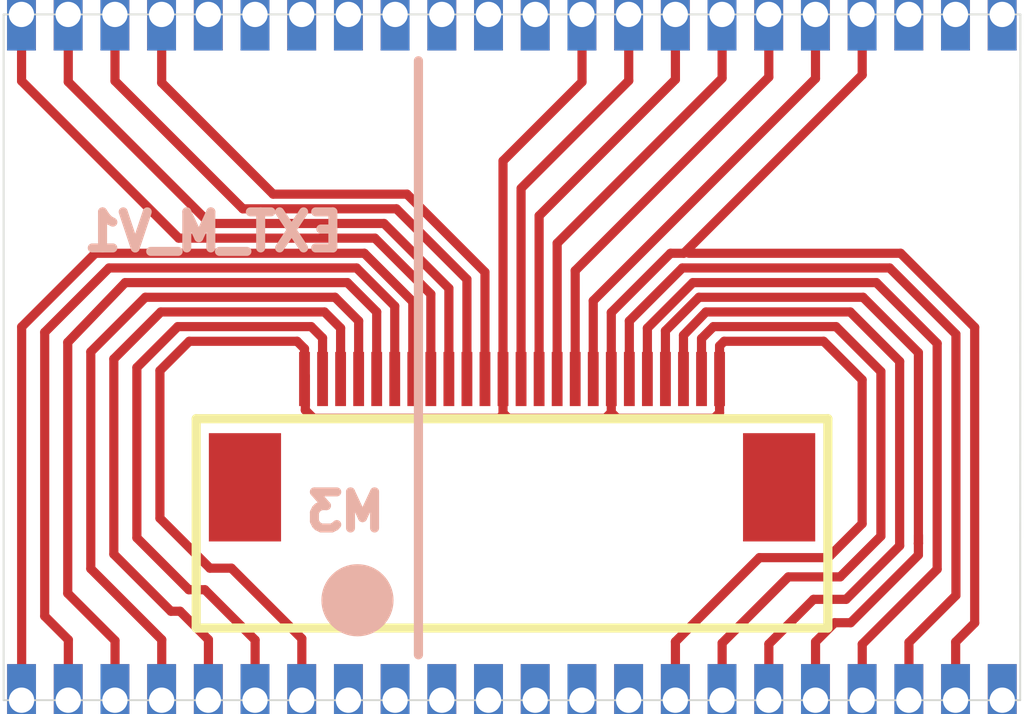
<source format=kicad_pcb>
(kicad_pcb (version 20211014) (generator pcbnew)
  (layers (0 "F.Cu" signal) (31 "B.Cu" signal) (34 "B.Paste" user) (35 "F.Paste" user) (36 "B.SilkS" user "B.Silkscreen") (37 "F.SilkS" user "F.Silkscreen") (38 "B.Mask" user) (39 "F.Mask" user) (44 "Edge.Cuts" user))
  (net 0 "")
  (net 20 "/GND")
  (net 21 "/M2_D10")
  (net 22 "/M2_D9")
  (net 23 "/M2_D8")
  (net 24 "/M2_D7")
  (net 25 "/M2_D6")
  (net 26 "/VCC2")
  (net 27 "/VCC3")
  (net 28 "/M3_D1")
  (net 29 "/M3_D2")
  (net 30 "/M3_D7")
  (net 31 "/B3")
  (net 32 "/B5")
  (net 33 "/B4")
  (net 34 "/B1")
  (net 35 "/B2")
  (net 36 "/M2_D1")
  (net 37 "/M2_D2")
  (net 38 "/M2_D3")
  (net 39 "/M2_D4")
  (net 40 "/M2_D5")
  (footprint "Kicad Libs:smart_cable_castellated_22p" (layer "F.Cu") (at 184.58 104.4 180)
    (fp_text reference "J2" hide)
    (fp_text value "smart_cable_castellated_22P" hide)
    (pad "1" thru_hole rect (at 13.620083 -0.2 180) (size 0.8 1.4) (drill 0.7 (offset 0 0.3)) (layers *.Cu *.Mask) (net 30 "/M3_D7"))
    (pad "2" thru_hole rect (at 12.326359 -0.2 180) (size 0.8 1.4) (drill 0.7 (offset 0 0.3)) (layers *.Cu *.Mask) (net 31 "/B3"))
    (pad "3" thru_hole rect (at 11.032585 -0.2 180) (size 0.8 1.4) (drill 0.7 (offset 0 0.3)) (layers *.Cu *.Mask) (net 32 "/B5"))
    (pad "4" thru_hole rect (at 9.738861 -0.2 180) (size 0.8 1.4) (drill 0.7 (offset 0 0.3)) (layers *.Cu *.Mask) (net 33 "/B4"))
    (pad "5" thru_hole rect (at 8.445087 -0.2 180) (size 0.8 1.4) (drill 0.7 (offset 0 0.3)) (layers *.Cu *.Mask) (net 34 "/B1"))
    (pad "6" thru_hole rect (at 7.151363 -0.2 180) (size 0.8 1.4) (drill 0.7 (offset 0 0.3)) (layers *.Cu *.Mask) (net 35 "/B2"))
    (pad "7" thru_hole rect (at 5.857589 -0.2 180) (size 0.8 1.4) (drill 0.7 (offset 0 0.3)) (layers *.Cu *.Mask) (net 20 "/GND"))
    (pad "8" thru_hole rect (at 4.563865 -0.2 180) (size 0.8 1.4) (drill 0.7 (offset 0 0.3)) (layers *.Cu *.Mask))
    (pad "9" thru_hole rect (at 3.270091 -0.2 180) (size 0.8 1.4) (drill 0.7 (offset 0 0.3)) (layers *.Cu *.Mask))
    (pad "10" thru_hole rect (at 1.976063 -0.2 180) (size 0.8 1.4) (drill 0.7 (offset 0 0.3)) (layers *.Cu *.Mask))
    (pad "11" thru_hole rect (at 0.682034 -0.2 180) (size 0.8 1.4) (drill 0.7 (offset 0 0.3)) (layers *.Cu *.Mask))
    (pad "12" thru_hole rect (at -0.611943 -0.2 180) (size 0.8 1.4) (drill 0.7 (offset 0 0.3)) (layers *.Cu *.Mask))
    (pad "13" thru_hole rect (at -1.905972 -0.2 180) (size 0.8 1.4) (drill 0.7 (offset 0 0.3)) (layers *.Cu *.Mask))
    (pad "14" thru_hole rect (at -3.2 -0.2 180) (size 0.8 1.4) (drill 0.7 (offset 0 0.3)) (layers *.Cu *.Mask))
    (pad "15" thru_hole rect (at -4.494029 -0.2 180) (size 0.8 1.4) (drill 0.7 (offset 0 0.3)) (layers *.Cu *.Mask) (net 20 "/GND"))
    (pad "16" thru_hole rect (at -5.788057 -0.2 180) (size 0.8 1.4) (drill 0.7 (offset 0 0.3)) (layers *.Cu *.Mask) (net 36 "/M2_D1"))
    (pad "17" thru_hole rect (at -7.082085 -0.2 180) (size 0.8 1.4) (drill 0.7 (offset 0 0.3)) (layers *.Cu *.Mask) (net 37 "/M2_D2"))
    (pad "18" thru_hole rect (at -8.376114 -0.2 180) (size 0.8 1.4) (drill 0.7 (offset 0 0.3)) (layers *.Cu *.Mask) (net 38 "/M2_D3"))
    (pad "19" thru_hole rect (at -9.670091 -0.2 180) (size 0.8 1.4) (drill 0.7 (offset 0 0.3)) (layers *.Cu *.Mask) (net 39 "/M2_D4"))
    (pad "20" thru_hole rect (at -10.96412 -0.2 180) (size 0.8 1.4) (drill 0.7 (offset 0 0.3)) (layers *.Cu *.Mask) (net 40 "/M2_D5"))
    (pad "21" thru_hole rect (at -12.258148 -0.2 180) (size 0.8 1.4) (drill 0.7 (offset 0 0.3)) (layers *.Cu *.Mask) (net 20 "/GND"))
    (pad "22" thru_hole rect (at -13.552177 -0.2 180) (size 0.8 1.4) (drill 0.7 (offset 0 0.3)) (layers *.Cu *.Mask))
  )
  (footprint "Kicad Libs:FCC 0.5mm 24P" (layer "F.Cu") (at 184.55 100.14)
    (fp_text reference "J3" hide)
    (fp_text value "FCC_0.5mm_24P" hide)
    (fp_line (start -8.749995 2.461481) (end -8.749995 -3.338508) (layer "F.SilkS") (width 0.254))
    (fp_line (start 8.749995 2.461481) (end 8.749995 -3.338508) (layer "F.SilkS") (width 0.254))
    (fp_line (start -8.749995 -3.338508) (end 8.749995 -3.338508) (layer "F.SilkS") (width 0.254))
    (fp_line (start -8.749995 2.461481) (end 8.749995 2.461481) (layer "F.SilkS") (width 0.254))
    (pad "1" smd rect (at -5.750001 -4.43848) (size 0.3 1.5) (layers "F.Cu" "F.Paste" "F.Mask") (net 20 "/GND"))
    (pad "2" smd rect (at -5.249977 -4.43848) (size 0.3 1.5) (layers "F.Cu" "F.Paste" "F.Mask") (net 35 "/B2"))
    (pad "3" smd rect (at -4.750003 -4.43848) (size 0.3 1.5) (layers "F.Cu" "F.Paste" "F.Mask") (net 34 "/B1"))
    (pad "4" smd rect (at -4.249979 -4.43848) (size 0.3 1.5) (layers "F.Cu" "F.Paste" "F.Mask") (net 33 "/B4"))
    (pad "5" smd rect (at -3.750005 -4.43848) (size 0.3 1.5) (layers "F.Cu" "F.Paste" "F.Mask") (net 32 "/B5"))
    (pad "6" smd rect (at -3.249981 -4.43848) (size 0.3 1.5) (layers "F.Cu" "F.Paste" "F.Mask") (net 31 "/B3"))
    (pad "7" smd rect (at -2.750007 -4.43848) (size 0.3 1.5) (layers "F.Cu" "F.Paste" "F.Mask") (net 30 "/M3_D7"))
    (pad "8" smd rect (at -2.249983 -4.43848) (size 0.3 1.5) (layers "F.Cu" "F.Paste" "F.Mask") (net 29 "/M3_D2"))
    (pad "9" smd rect (at -1.750009 -4.43848) (size 0.3 1.5) (layers "F.Cu" "F.Paste" "F.Mask") (net 28 "/M3_D1"))
    (pad "10" smd rect (at -1.249985 -4.43848) (size 0.3 1.5) (layers "F.Cu" "F.Paste" "F.Mask") (net 27 "/VCC3"))
    (pad "11" smd rect (at -0.750011 -4.43848) (size 0.3 1.5) (layers "F.Cu" "F.Paste" "F.Mask") (net 26 "/VCC2"))
    (pad "12" smd rect (at -0.249987 -4.43848) (size 0.3 1.5) (layers "F.Cu" "F.Paste" "F.Mask") (net 20 "/GND"))
    (pad "13" smd rect (at 0.249987 -4.43848) (size 0.3 1.5) (layers "F.Cu" "F.Paste" "F.Mask") (net 25 "/M2_D6"))
    (pad "14" smd rect (at 0.750011 -4.43848) (size 0.3 1.5) (layers "F.Cu" "F.Paste" "F.Mask") (net 24 "/M2_D7"))
    (pad "15" smd rect (at 1.249985 -4.43848) (size 0.3 1.5) (layers "F.Cu" "F.Paste" "F.Mask") (net 23 "/M2_D8"))
    (pad "16" smd rect (at 1.750009 -4.43848) (size 0.3 1.5) (layers "F.Cu" "F.Paste" "F.Mask") (net 22 "/M2_D9"))
    (pad "17" smd rect (at 2.249983 -4.43848) (size 0.3 1.5) (layers "F.Cu" "F.Paste" "F.Mask") (net 21 "/M2_D10"))
    (pad "18" smd rect (at 2.750007 -4.43848) (size 0.3 1.5) (layers "F.Cu" "F.Paste" "F.Mask") (net 20 "/GND"))
    (pad "19" smd rect (at 3.249981 -4.43848) (size 0.3 1.5) (layers "F.Cu" "F.Paste" "F.Mask") (net 40 "/M2_D5"))
    (pad "20" smd rect (at 3.750005 -4.43848) (size 0.3 1.5) (layers "F.Cu" "F.Paste" "F.Mask") (net 39 "/M2_D4"))
    (pad "21" smd rect (at 4.249979 -4.43848) (size 0.3 1.5) (layers "F.Cu" "F.Paste" "F.Mask") (net 38 "/M2_D3"))
    (pad "22" smd rect (at 4.750003 -4.43848) (size 0.3 1.5) (layers "F.Cu" "F.Paste" "F.Mask") (net 37 "/M2_D2"))
    (pad "23" smd rect (at 5.250028 -4.43848) (size 0.3 1.5) (layers "F.Cu" "F.Paste" "F.Mask") (net 36 "/M2_D1"))
    (pad "24" smd rect (at 5.750052 -4.43848) (size 0.3 1.5) (layers "F.Cu" "F.Paste" "F.Mask") (net 20 "/GND"))
    (pad "A" smd rect (at -7.399985 -1.438486) (size 2 3) (layers "F.Cu" "F.Paste" "F.Mask"))
    (pad "A" smd rect (at 7.399985 -1.438486) (size 2 3) (layers "F.Cu" "F.Paste" "F.Mask"))
  )
  (footprint "Kicad Libs:smart_cable_castellated_22p" (layer "F.Cu") (at 184.51 85.8)
    (fp_text reference "J1" hide)
    (fp_text value "smart_cable_castellated_22P" hide)
    (pad "1" thru_hole rect (at 13.620083 -0.2) (size 0.8 1.4) (drill 0.7 (offset 0 0.3)) (layers *.Cu *.Mask))
    (pad "2" thru_hole rect (at 12.326359 -0.2) (size 0.8 1.4) (drill 0.7 (offset 0 0.3)) (layers *.Cu *.Mask))
    (pad "3" thru_hole rect (at 11.032585 -0.2) (size 0.8 1.4) (drill 0.7 (offset 0 0.3)) (layers *.Cu *.Mask))
    (pad "4" thru_hole rect (at 9.738861 -0.2) (size 0.8 1.4) (drill 0.7 (offset 0 0.3)) (layers *.Cu *.Mask) (net 20 "/GND"))
    (pad "5" thru_hole rect (at 8.445087 -0.2) (size 0.8 1.4) (drill 0.7 (offset 0 0.3)) (layers *.Cu *.Mask) (net 21 "/M2_D10"))
    (pad "6" thru_hole rect (at 7.151363 -0.2) (size 0.8 1.4) (drill 0.7 (offset 0 0.3)) (layers *.Cu *.Mask) (net 22 "/M2_D9"))
    (pad "7" thru_hole rect (at 5.857589 -0.2) (size 0.8 1.4) (drill 0.7 (offset 0 0.3)) (layers *.Cu *.Mask) (net 23 "/M2_D8"))
    (pad "8" thru_hole rect (at 4.563865 -0.2) (size 0.8 1.4) (drill 0.7 (offset 0 0.3)) (layers *.Cu *.Mask) (net 24 "/M2_D7"))
    (pad "9" thru_hole rect (at 3.270091 -0.2) (size 0.8 1.4) (drill 0.7 (offset 0 0.3)) (layers *.Cu *.Mask) (net 25 "/M2_D6"))
    (pad "10" thru_hole rect (at 1.976063 -0.2) (size 0.8 1.4) (drill 0.7 (offset 0 0.3)) (layers *.Cu *.Mask) (net 20 "/GND"))
    (pad "11" thru_hole rect (at 0.682034 -0.2) (size 0.8 1.4) (drill 0.7 (offset 0 0.3)) (layers *.Cu *.Mask))
    (pad "12" thru_hole rect (at -0.611943 -0.2) (size 0.8 1.4) (drill 0.7 (offset 0 0.3)) (layers *.Cu *.Mask))
    (pad "13" thru_hole rect (at -1.905972 -0.2) (size 0.8 1.4) (drill 0.7 (offset 0 0.3)) (layers *.Cu *.Mask))
    (pad "14" thru_hole rect (at -3.2 -0.2) (size 0.8 1.4) (drill 0.7 (offset 0 0.3)) (layers *.Cu *.Mask))
    (pad "15" thru_hole rect (at -4.494029 -0.2) (size 0.8 1.4) (drill 0.7 (offset 0 0.3)) (layers *.Cu *.Mask))
    (pad "16" thru_hole rect (at -5.788057 -0.2) (size 0.8 1.4) (drill 0.7 (offset 0 0.3)) (layers *.Cu *.Mask))
    (pad "17" thru_hole rect (at -7.082085 -0.2) (size 0.8 1.4) (drill 0.7 (offset 0 0.3)) (layers *.Cu *.Mask))
    (pad "18" thru_hole rect (at -8.376114 -0.2) (size 0.8 1.4) (drill 0.7 (offset 0 0.3)) (layers *.Cu *.Mask))
    (pad "19" thru_hole rect (at -9.670091 -0.2) (size 0.8 1.4) (drill 0.7 (offset 0 0.3)) (layers *.Cu *.Mask) (net 26 "/VCC2"))
    (pad "20" thru_hole rect (at -10.96412 -0.2) (size 0.8 1.4) (drill 0.7 (offset 0 0.3)) (layers *.Cu *.Mask) (net 27 "/VCC3"))
    (pad "21" thru_hole rect (at -12.258148 -0.2) (size 0.8 1.4) (drill 0.7 (offset 0 0.3)) (layers *.Cu *.Mask) (net 28 "/M3_D1"))
    (pad "22" thru_hole rect (at -13.552177 -0.2) (size 0.8 1.4) (drill 0.7 (offset 0 0.3)) (layers *.Cu *.Mask) (net 29 "/M3_D2"))
  )
  (gr_line (start 181.956519 103.342682) (end 181.956519 86.883482) (layer "B.SilkS") (width 0.254))
  (gr_circle (center 180.267419 101.831382) (end 180.267419 101.331382) (layer "B.SilkS") (width 1) (fill none))
  (gr_line (start 170.463019 85.599982) (end 198.63552 85.599982) (layer "Edge.Cuts") (width 0.05))
  (gr_line (start 198.630702 104.599982) (end 170.463019 104.599982) (layer "Edge.Cuts") (width 0.05))
  (gr_line (start 198.63552 85.599982) (end 198.630702 104.599982) (layer "Edge.Cuts") (width 0.05))
  (gr_line (start 170.463019 104.599982) (end 170.463019 85.599982) (layer "Edge.Cuts") (width 0.05))
  (gr_text "EXT_M_V1" (at 179.988019 92.204782) (layer "B.SilkS") (effects (font (size 1 1) (thickness 0.254)) (justify left bottom mirror)))
  (gr_text "M3" (at 181.143719 99.964482) (layer "B.SilkS") (effects (font (size 1 1) (thickness 0.254)) (justify left bottom mirror)))
  (segment (start 178.594631 94.655882) (end 178.80001 94.861261) (width 0.254) (layer "F.Cu") (net 20))
  (segment (start 187.138119 96.789482) (end 187.300019 96.627582) (width 0.254) (layer "F.Cu") (net 20))
  (segment (start 186.488997 87.469104) (end 186.488997 85.599969) (width 0.254) (layer "F.Cu") (net 20))
  (segment (start 174.793709 99.558072) (end 176.178019 100.942382) (width 0.254) (layer "F.Cu") (net 20))
  (segment (start 190.148019 96.789482) (end 190.300063 96.637438) (width 0.254) (layer "F.Cu") (net 20))
  (segment (start 193.310319 100.650282) (end 194.250119 99.710482) (width 0.254) (layer "F.Cu") (net 20))
  (segment (start 184.300025 96.643788) (end 184.300025 95.6) (width 0.254) (layer "F.Cu") (net 20))
  (segment (start 190.300063 96.637438) (end 190.300063 95.6) (width 0.254) (layer "F.Cu") (net 20))
  (segment (start 194.251795 87.275506) (end 194.251795 85.599969) (width 0.254) (layer "F.Cu") (net 20))
  (segment (start 184.300025 89.658076) (end 186.488997 87.469104) (width 0.254) (layer "F.Cu") (net 20))
  (segment (start 187.461918 96.789482) (end 190.148019 96.789482) (width 0.254) (layer "F.Cu") (net 20))
  (segment (start 189.309819 92.217482) (end 194.251795 87.275506) (width 0.254) (layer "F.Cu") (net 20))
  (segment (start 178.725537 104.599982) (end 178.725537 102.893) (width 0.254) (layer "F.Cu") (net 20))
  (segment (start 191.405319 100.650282) (end 193.310319 100.650282) (width 0.254) (layer "F.Cu") (net 20))
  (segment (start 187.300019 93.858982) (end 188.941519 92.217482) (width 0.254) (layer "F.Cu") (net 20))
  (segment (start 184.300025 96.643788) (end 184.445719 96.789482) (width 0.254) (layer "F.Cu") (net 20))
  (segment (start 190.427419 94.655882) (end 193.183319 94.655882) (width 0.254) (layer "F.Cu") (net 20))
  (segment (start 193.183319 94.655882) (end 194.250119 95.722682) (width 0.254) (layer "F.Cu") (net 20))
  (segment (start 188.941519 92.217482) (end 189.309819 92.217482) (width 0.254) (layer "F.Cu") (net 20))
  (segment (start 195.316919 92.217482) (end 197.368269 94.268832) (width 0.254) (layer "F.Cu") (net 20))
  (segment (start 197.368269 102.459732) (end 197.368269 94.268832) (width 0.254) (layer "F.Cu") (net 20))
  (segment (start 184.445719 96.789482) (end 187.138119 96.789482) (width 0.254) (layer "F.Cu") (net 20))
  (segment (start 178.82301 96.564273) (end 179.048219 96.789482) (width 0.254) (layer "F.Cu") (net 20))
  (segment (start 196.841275 104.599982) (end 196.841275 102.986726) (width 0.254) (layer "F.Cu") (net 20))
  (segment (start 187.300019 96.627582) (end 187.300019 95.6) (width 0.254) (layer "F.Cu") (net 20))
  (segment (start 178.80001 95.6) (end 178.80001 94.861261) (width 0.254) (layer "F.Cu") (net 20))
  (segment (start 184.20033 96.789482) (end 184.300025 96.689787) (width 0.254) (layer "F.Cu") (net 20))
  (segment (start 178.82301 96.564273) (end 178.82301 95.623) (width 0.254) (layer "F.Cu") (net 20))
  (segment (start 189.449519 92.217482) (end 195.316919 92.217482) (width 0.254) (layer "F.Cu") (net 20))
  (segment (start 190.300063 94.783238) (end 190.427419 94.655882) (width 0.254) (layer "F.Cu") (net 20))
  (segment (start 176.178019 100.942382) (end 176.774919 100.942382) (width 0.254) (layer "F.Cu") (net 20))
  (segment (start 179.048219 96.789482) (end 184.20033 96.789482) (width 0.254) (layer "F.Cu") (net 20))
  (segment (start 187.300019 96.627582) (end 187.461918 96.789482) (width 0.254) (layer "F.Cu") (net 20))
  (segment (start 184.300025 95.6) (end 184.300025 89.658076) (width 0.254) (layer "F.Cu") (net 20))
  (segment (start 178.80001 95.6) (end 178.82301 95.623) (width 0.254) (layer "F.Cu") (net 20))
  (segment (start 174.793709 99.558072) (end 174.793709 95.468682) (width 0.254) (layer "F.Cu") (net 20))
  (segment (start 194.250119 99.710482) (end 194.250119 95.722682) (width 0.254) (layer "F.Cu") (net 20))
  (segment (start 189.077155 104.599982) (end 189.077155 102.978446) (width 0.254) (layer "F.Cu") (net 20))
  (segment (start 196.841275 102.986726) (end 197.368269 102.459732) (width 0.254) (layer "F.Cu") (net 20))
  (segment (start 190.300063 95.6) (end 190.300063 94.783238) (width 0.254) (layer "F.Cu") (net 20))
  (segment (start 184.300025 96.689787) (end 184.300025 96.643788) (width 0.254) (layer "F.Cu") (net 20))
  (segment (start 189.077155 102.978446) (end 191.405319 100.650282) (width 0.254) (layer "F.Cu") (net 20))
  (segment (start 175.606519 94.655882) (end 178.594631 94.655882) (width 0.254) (layer "F.Cu") (net 20))
  (segment (start 176.774919 100.942382) (end 178.725537 102.893) (width 0.254) (layer "F.Cu") (net 20))
  (segment (start 187.300019 95.6) (end 187.300019 93.858982) (width 0.254) (layer "F.Cu") (net 20))
  (segment (start 174.793719 95.468682) (end 175.606519 94.655882) (width 0.254) (layer "F.Cu") (net 20))
  (segment (start 186.799994 93.533507) (end 192.958021 87.37548) (width 0.254) (layer "F.Cu") (net 21))
  (segment (start 186.799994 95.6) (end 186.799994 93.533507) (width 0.254) (layer "F.Cu") (net 21))
  (segment (start 192.958021 87.37548) (end 192.958021 85.599969) (width 0.254) (layer "F.Cu") (net 21))
  (segment (start 191.664297 87.335704) (end 191.664297 85.599969) (width 0.254) (layer "F.Cu") (net 22))
  (segment (start 186.300021 92.69998) (end 191.664297 87.335704) (width 0.254) (layer "F.Cu") (net 22))
  (segment (start 186.300021 95.6) (end 186.300021 92.69998) (width 0.254) (layer "F.Cu") (net 22))
  (segment (start 190.370523 87.350014) (end 190.370523 85.599969) (width 0.254) (layer "F.Cu") (net 23))
  (segment (start 185.799996 91.93953) (end 190.370548 87.368978) (width 0.254) (layer "F.Cu") (net 23))
  (segment (start 185.799996 95.6) (end 185.799996 91.93953) (width 0.254) (layer "F.Cu") (net 23))
  (segment (start 189.076799 87.402252) (end 189.076799 85.599969) (width 0.254) (layer "F.Cu") (net 24))
  (segment (start 185.300023 95.6) (end 185.300023 91.179028) (width 0.254) (layer "F.Cu") (net 24))
  (segment (start 185.300023 91.179028) (end 189.076799 87.402252) (width 0.254) (layer "F.Cu") (net 24))
  (segment (start 184.800024 90.418552) (end 187.783025 87.435551) (width 0.254) (layer "F.Cu") (net 25))
  (segment (start 187.783025 87.435551) (end 187.783025 85.599969) (width 0.254) (layer "F.Cu") (net 25))
  (segment (start 184.799998 95.6) (end 184.799998 90.478903) (width 0.254) (layer "F.Cu") (net 25))
  (segment (start 181.639019 90.579182) (end 183.8 92.740163) (width 0.254) (layer "F.Cu") (net 26))
  (segment (start 183.8 95.6) (end 183.8 92.740163) (width 0.254) (layer "F.Cu") (net 26))
  (segment (start 174.842843 87.491406) (end 174.842843 85.599969) (width 0.254) (layer "F.Cu") (net 26))
  (segment (start 174.842843 87.491406) (end 177.930619 90.579182) (width 0.254) (layer "F.Cu") (net 26))
  (segment (start 177.930619 90.579182) (end 181.639019 90.579182) (width 0.254) (layer "F.Cu") (net 26))
  (segment (start 173.548814 87.441977) (end 177.092419 90.985582) (width 0.254) (layer "F.Cu") (net 27))
  (segment (start 181.346919 90.985582) (end 183.300027 92.93869) (width 0.254) (layer "F.Cu") (net 27))
  (segment (start 177.092419 90.985582) (end 181.346919 90.985582) (width 0.254) (layer "F.Cu") (net 27))
  (segment (start 173.548814 87.441977) (end 173.548814 85.599969) (width 0.254) (layer "F.Cu") (net 27))
  (segment (start 183.300027 95.6) (end 183.300027 92.93869) (width 0.254) (layer "F.Cu") (net 27))
  (segment (start 172.254786 87.468749) (end 172.254786 85.599969) (width 0.254) (layer "F.Cu") (net 28))
  (segment (start 172.254786 87.468749) (end 176.178019 91.391982) (width 0.254) (layer "F.Cu") (net 28))
  (segment (start 182.800002 95.6) (end 182.800002 93.187965) (width 0.254) (layer "F.Cu") (net 28))
  (segment (start 181.004019 91.391982) (end 182.800002 93.187965) (width 0.254) (layer "F.Cu") (net 28))
  (segment (start 176.178019 91.391982) (end 181.004019 91.391982) (width 0.254) (layer "F.Cu") (net 28))
  (segment (start 182.300029 95.6) (end 182.300029 93.348392) (width 0.254) (layer "F.Cu") (net 29))
  (segment (start 175.314419 91.798382) (end 180.750019 91.798382) (width 0.254) (layer "F.Cu") (net 29))
  (segment (start 170.960757 87.44472) (end 170.960757 85.599969) (width 0.254) (layer "F.Cu") (net 29))
  (segment (start 170.960757 87.44472) (end 175.314419 91.798382) (width 0.254) (layer "F.Cu") (net 29))
  (segment (start 180.750019 91.798382) (end 182.300029 93.348392) (width 0.254) (layer "F.Cu") (net 29))
  (segment (start 180.457919 92.217482) (end 181.800004 93.559567) (width 0.254) (layer "F.Cu") (net 30))
  (segment (start 170.963043 94.257458) (end 173.003019 92.217482) (width 0.254) (layer "F.Cu") (net 30))
  (segment (start 170.963043 104.599982) (end 170.963043 94.257458) (width 0.254) (layer "F.Cu") (net 30))
  (segment (start 173.003019 92.217482) (end 180.457919 92.217482) (width 0.254) (layer "F.Cu") (net 30))
  (segment (start 181.800004 95.6) (end 181.800004 93.559567) (width 0.254) (layer "F.Cu") (net 30))
  (segment (start 171.601488 102.271351) (end 172.256767 102.92663) (width 0.254) (layer "F.Cu") (net 31))
  (segment (start 172.256767 104.599982) (end 172.256767 102.92663) (width 0.254) (layer "F.Cu") (net 31))
  (segment (start 180.242019 92.623882) (end 181.300031 93.681894) (width 0.254) (layer "F.Cu") (net 31))
  (segment (start 173.384019 92.623882) (end 180.242019 92.623882) (width 0.254) (layer "F.Cu") (net 31))
  (segment (start 171.601488 94.406413) (end 173.384019 92.623882) (width 0.254) (layer "F.Cu") (net 31))
  (segment (start 171.601488 102.271351) (end 171.601488 94.406413) (width 0.254) (layer "F.Cu") (net 31))
  (segment (start 181.300031 95.6) (end 181.300031 93.681894) (width 0.254) (layer "F.Cu") (net 31))
  (segment (start 180.800006 95.6) (end 180.800006 93.842269) (width 0.254) (layer "F.Cu") (net 32))
  (segment (start 173.550541 104.599982) (end 173.550541 102.950404) (width 0.254) (layer "F.Cu") (net 32))
  (segment (start 172.239932 94.685244) (end 173.83208 93.030282) (width 0.254) (layer "F.Cu") (net 32))
  (segment (start 179.988019 93.030282) (end 180.800006 93.842269) (width 0.254) (layer "F.Cu") (net 32))
  (segment (start 172.239932 101.639795) (end 172.239932 94.685244) (width 0.254) (layer "F.Cu") (net 32))
  (segment (start 173.83208 93.030282) (end 179.988019 93.030282) (width 0.254) (layer "F.Cu") (net 32))
  (segment (start 172.239932 101.639795) (end 173.550541 102.950404) (width 0.254) (layer "F.Cu") (net 32))
  (segment (start 174.844265 104.599982) (end 174.844265 102.923328) (width 0.254) (layer "F.Cu") (net 33))
  (segment (start 172.878376 100.957439) (end 172.878376 94.947982) (width 0.254) (layer "F.Cu") (net 33))
  (segment (start 172.878376 94.947982) (end 174.389676 93.436682) (width 0.254) (layer "F.Cu") (net 33))
  (segment (start 174.389676 93.436682) (end 179.645119 93.436682) (width 0.254) (layer "F.Cu") (net 33))
  (segment (start 180.300033 95.6) (end 180.300033 94.091596) (width 0.254) (layer "F.Cu") (net 33))
  (segment (start 179.645119 93.436682) (end 180.300033 94.091596) (width 0.254) (layer "F.Cu") (net 33))
  (segment (start 172.878376 100.957439) (end 174.844265 102.923328) (width 0.254) (layer "F.Cu") (net 33))
  (segment (start 176.138039 104.599982) (end 176.138039 102.921702) (width 0.254) (layer "F.Cu") (net 34))
  (segment (start 174.819119 93.843082) (end 179.353019 93.843082) (width 0.254) (layer "F.Cu") (net 34))
  (segment (start 175.352519 102.136182) (end 176.138039 102.921702) (width 0.254) (layer "F.Cu") (net 34))
  (segment (start 173.51682 100.554483) (end 173.51682 95.145381) (width 0.254) (layer "F.Cu") (net 34))
  (segment (start 179.353019 93.843082) (end 179.800008 94.290071) (width 0.254) (layer "F.Cu") (net 34))
  (segment (start 175.098519 102.136182) (end 175.352519 102.136182) (width 0.254) (layer "F.Cu") (net 34))
  (segment (start 179.800008 95.6) (end 179.800008 94.290071) (width 0.254) (layer "F.Cu") (net 34))
  (segment (start 173.51682 95.145381) (end 174.819119 93.843082) (width 0.254) (layer "F.Cu") (net 34))
  (segment (start 173.51682 100.554483) (end 175.098519 102.136182) (width 0.254) (layer "F.Cu") (net 34))
  (segment (start 174.155265 100.100728) (end 174.155265 95.383236) (width 0.254) (layer "F.Cu") (net 35))
  (segment (start 176.038319 101.539282) (end 177.431763 102.932726) (width 0.254) (layer "F.Cu") (net 35))
  (segment (start 174.155265 95.383236) (end 175.289019 94.249482) (width 0.254) (layer "F.Cu") (net 35))
  (segment (start 174.155265 100.100728) (end 175.593819 101.539282) (width 0.254) (layer "F.Cu") (net 35))
  (segment (start 177.431763 104.599982) (end 177.431763 102.932726) (width 0.254) (layer "F.Cu") (net 35))
  (segment (start 179.300035 95.6) (end 179.300035 94.564798) (width 0.254) (layer "F.Cu") (net 35))
  (segment (start 175.593819 101.539282) (end 176.038319 101.539282) (width 0.254) (layer "F.Cu") (net 35))
  (segment (start 178.984719 94.249482) (end 179.300035 94.564798) (width 0.254) (layer "F.Cu") (net 35))
  (segment (start 175.289019 94.249482) (end 178.984719 94.249482) (width 0.254) (layer "F.Cu") (net 35))
  (segment (start 190.371133 103.017968) (end 192.205419 101.183682) (width 0.254) (layer "F.Cu") (net 36))
  (segment (start 189.800039 94.579682) (end 190.130239 94.249482) (width 0.254) (layer "F.Cu") (net 36))
  (segment (start 189.800039 95.6) (end 189.800039 94.579682) (width 0.254) (layer "F.Cu") (net 36))
  (segment (start 190.371133 104.599982) (end 190.371133 103.017968) (width 0.254) (layer "F.Cu") (net 36))
  (segment (start 190.130239 94.249482) (end 193.526219 94.249482) (width 0.254) (layer "F.Cu") (net 36))
  (segment (start 192.205419 101.183682) (end 193.640519 101.183682) (width 0.254) (layer "F.Cu") (net 36))
  (segment (start 193.640519 101.183682) (end 194.769811 100.05439) (width 0.254) (layer "F.Cu") (net 36))
  (segment (start 194.769811 100.05439) (end 194.769811 95.493074) (width 0.254) (layer "F.Cu") (net 36))
  (segment (start 193.526219 94.249482) (end 194.769811 95.493074) (width 0.254) (layer "F.Cu") (net 36))
  (segment (start 193.919919 93.843082) (end 195.289502 95.212665) (width 0.254) (layer "F.Cu") (net 37))
  (segment (start 193.805619 101.805982) (end 195.289502 100.322099) (width 0.254) (layer "F.Cu") (net 37))
  (segment (start 191.665161 104.599982) (end 191.665161 103.04474) (width 0.254) (layer "F.Cu") (net 37))
  (segment (start 189.300015 94.489037) (end 189.923143 93.843082) (width 0.254) (layer "F.Cu") (net 37))
  (segment (start 195.289502 100.322099) (end 195.289502 95.212665) (width 0.254) (layer "F.Cu") (net 37))
  (segment (start 191.665161 103.04474) (end 192.903919 101.805982) (width 0.254) (layer "F.Cu") (net 37))
  (segment (start 192.903919 101.805982) (end 193.805619 101.805982) (width 0.254) (layer "F.Cu") (net 37))
  (segment (start 189.300015 95.6) (end 189.300015 94.489037) (width 0.254) (layer "F.Cu") (net 37))
  (segment (start 189.923143 93.843082) (end 193.919919 93.843082) (width 0.254) (layer "F.Cu") (net 37))
  (segment (start 189.728919 93.436682) (end 194.275519 93.436682) (width 0.254) (layer "F.Cu") (net 38))
  (segment (start 193.932619 102.453682) (end 195.809194 100.577107) (width 0.254) (layer "F.Cu") (net 38))
  (segment (start 193.488119 102.453682) (end 193.932619 102.453682) (width 0.254) (layer "F.Cu") (net 38))
  (segment (start 195.809194 100.259607) (end 195.809194 94.970357) (width 0.254) (layer "F.Cu") (net 38))
  (segment (start 194.275519 93.436682) (end 195.809194 94.970357) (width 0.254) (layer "F.Cu") (net 38))
  (segment (start 192.959189 104.599982) (end 192.959189 102.982612) (width 0.254) (layer "F.Cu") (net 38))
  (segment (start 195.809194 100.259607) (end 195.812219 100.256582) (width 0.254) (layer "F.Cu") (net 38))
  (segment (start 195.809194 100.577107) (end 195.809194 100.259607) (width 0.254) (layer "F.Cu") (net 38))
  (segment (start 188.79999 94.365611) (end 189.728919 93.436682) (width 0.254) (layer "F.Cu") (net 38))
  (segment (start 188.79999 95.6) (end 188.79999 94.365611) (width 0.254) (layer "F.Cu") (net 38))
  (segment (start 195.812219 100.256582) (end 195.812219 100.027982) (width 0.254) (layer "F.Cu") (net 38))
  (segment (start 192.959189 102.982612) (end 193.488119 102.453682) (width 0.254) (layer "F.Cu") (net 38))
  (segment (start 194.253218 103.047483) (end 196.328885 100.971816) (width 0.254) (layer "F.Cu") (net 39))
  (segment (start 194.643819 93.030282) (end 196.328885 94.715348) (width 0.254) (layer "F.Cu") (net 39))
  (segment (start 196.328885 100.971816) (end 196.328885 94.715348) (width 0.254) (layer "F.Cu") (net 39))
  (segment (start 188.300017 94.290848) (end 189.560583 93.030282) (width 0.254) (layer "F.Cu") (net 39))
  (segment (start 194.253218 104.599982) (end 194.253218 103.047483) (width 0.254) (layer "F.Cu") (net 39))
  (segment (start 188.300017 95.6) (end 188.300017 94.290848) (width 0.254) (layer "F.Cu") (net 39))
  (segment (start 189.560583 93.030282) (end 194.643819 93.030282) (width 0.254) (layer "F.Cu") (net 39))
  (segment (start 187.799992 94.092373) (end 189.268483 92.623882) (width 0.254) (layer "F.Cu") (net 40))
  (segment (start 195.012119 92.623882) (end 196.848577 94.46034) (width 0.254) (layer "F.Cu") (net 40))
  (segment (start 195.547246 102.998055) (end 196.848577 101.696724) (width 0.254) (layer "F.Cu") (net 40))
  (segment (start 189.268483 92.623882) (end 195.012119 92.623882) (width 0.254) (layer "F.Cu") (net 40))
  (segment (start 187.799992 95.6) (end 187.799992 94.092373) (width 0.254) (layer "F.Cu") (net 40))
  (segment (start 195.547246 104.599982) (end 195.547246 102.998055) (width 0.254) (layer "F.Cu") (net 40))
  (segment (start 196.848577 101.696724) (end 196.848577 94.46034) (width 0.254) (layer "F.Cu") (net 40))
)
</source>
